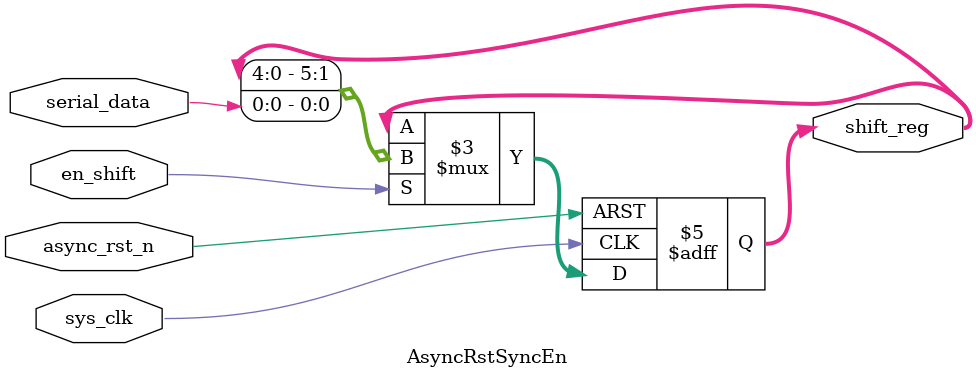
<source format=sv>
module AsyncRstSyncEn #(parameter W=6) (
    input sys_clk, async_rst_n, en_shift,
    input serial_data,
    output reg [W-1:0] shift_reg
);
always @(posedge sys_clk or negedge async_rst_n) begin
    if (!async_rst_n) shift_reg <= 0;
    else if (en_shift) shift_reg <= {shift_reg[W-2:0], serial_data};
end
endmodule

</source>
